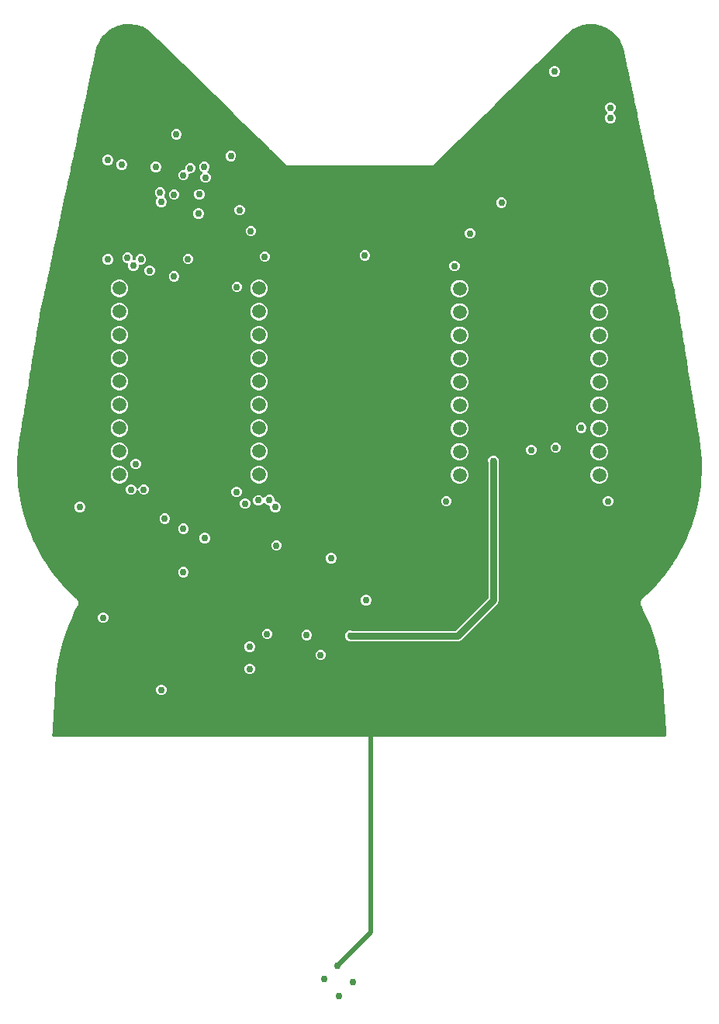
<source format=gbr>
G04 EAGLE Gerber X2 export*
%TF.Part,Single*%
%TF.FileFunction,Copper,L3,Inr,Mixed*%
%TF.FilePolarity,Positive*%
%TF.GenerationSoftware,Autodesk,EAGLE,9.0.1*%
%TF.CreationDate,2018-06-27T06:52:03Z*%
G75*
%MOMM*%
%FSLAX34Y34*%
%LPD*%
%AMOC8*
5,1,8,0,0,1.08239X$1,22.5*%
G01*
%ADD10C,1.508000*%
%ADD11C,0.756400*%
%ADD12C,0.762000*%
%ADD13C,0.508000*%

G36*
X712790Y487700D02*
X712790Y487700D01*
X712952Y487720D01*
X712953Y487720D01*
X712954Y487721D01*
X713088Y487774D01*
X713248Y487837D01*
X713249Y487837D01*
X713249Y487838D01*
X713367Y487923D01*
X713505Y488023D01*
X713506Y488024D01*
X713507Y488024D01*
X713604Y488142D01*
X713708Y488268D01*
X713709Y488269D01*
X713776Y488411D01*
X713844Y488555D01*
X713845Y488556D01*
X713845Y488557D01*
X713874Y488709D01*
X713905Y488868D01*
X713905Y488869D01*
X713905Y488870D01*
X713905Y488871D01*
X713905Y489029D01*
X713850Y489916D01*
X713510Y495389D01*
X712954Y504341D01*
X712548Y510874D01*
X712444Y512552D01*
X712389Y513445D01*
X711981Y520021D01*
X711981Y520022D01*
X711575Y526558D01*
X711557Y526842D01*
X711415Y529129D01*
X711415Y529130D01*
X710976Y536193D01*
X710524Y543483D01*
X710523Y543488D01*
X710523Y543501D01*
X709939Y551113D01*
X709937Y551126D01*
X709935Y551157D01*
X709093Y558673D01*
X709090Y558686D01*
X709087Y558718D01*
X707980Y566202D01*
X707976Y566215D01*
X707972Y566246D01*
X706601Y573682D01*
X706597Y573695D01*
X706592Y573726D01*
X704957Y581113D01*
X704952Y581126D01*
X704946Y581157D01*
X703049Y588478D01*
X703044Y588490D01*
X703037Y588521D01*
X700881Y595768D01*
X700875Y595781D01*
X700867Y595812D01*
X698453Y602980D01*
X698447Y602992D01*
X698438Y603023D01*
X695770Y610100D01*
X695764Y610112D01*
X695753Y610142D01*
X692836Y617119D01*
X692830Y617131D01*
X692818Y617160D01*
X689654Y624031D01*
X689647Y624043D01*
X689634Y624072D01*
X686581Y630127D01*
X686528Y630205D01*
X686484Y630288D01*
X686414Y630375D01*
X686403Y630390D01*
X686396Y630397D01*
X686382Y630414D01*
X686290Y630514D01*
X686065Y631131D01*
X686060Y631141D01*
X686006Y631267D01*
X685710Y631854D01*
X685700Y631991D01*
X685681Y632083D01*
X685672Y632178D01*
X685640Y632284D01*
X685636Y632302D01*
X685632Y632311D01*
X685626Y632332D01*
X685579Y632460D01*
X685607Y633117D01*
X685606Y633127D01*
X685605Y633265D01*
X685556Y633920D01*
X685599Y634050D01*
X685617Y634143D01*
X685644Y634233D01*
X685656Y634344D01*
X685660Y634362D01*
X685659Y634372D01*
X685661Y634394D01*
X685667Y634530D01*
X685944Y635126D01*
X685947Y635136D01*
X685999Y635264D01*
X686204Y635888D01*
X686294Y635992D01*
X686346Y636070D01*
X686406Y636143D01*
X686459Y636241D01*
X686469Y636257D01*
X686473Y636266D01*
X686483Y636285D01*
X686541Y636409D01*
X687025Y636853D01*
X687031Y636861D01*
X687128Y636960D01*
X687556Y637458D01*
X687679Y637519D01*
X687757Y637572D01*
X687840Y637617D01*
X687927Y637687D01*
X687942Y637697D01*
X687949Y637704D01*
X687966Y637718D01*
X692855Y642208D01*
X692865Y642219D01*
X692891Y642242D01*
X698155Y647464D01*
X698164Y647475D01*
X698189Y647499D01*
X703252Y652921D01*
X703260Y652933D01*
X703284Y652957D01*
X708133Y658566D01*
X708141Y658578D01*
X708164Y658604D01*
X712793Y664393D01*
X712801Y664406D01*
X712823Y664432D01*
X717229Y670398D01*
X717236Y670410D01*
X717257Y670437D01*
X721431Y676569D01*
X721438Y676582D01*
X721458Y676610D01*
X725392Y682896D01*
X725398Y682909D01*
X725417Y682938D01*
X729106Y689369D01*
X729111Y689382D01*
X729129Y689412D01*
X732566Y695980D01*
X732571Y695993D01*
X732588Y696024D01*
X735768Y702719D01*
X735773Y702733D01*
X735789Y702764D01*
X738707Y709578D01*
X738711Y709592D01*
X738725Y709624D01*
X741375Y716545D01*
X741379Y716559D01*
X741392Y716591D01*
X743770Y723608D01*
X743773Y723622D01*
X743785Y723655D01*
X745887Y730762D01*
X745889Y730776D01*
X745900Y730810D01*
X747721Y737991D01*
X747723Y738006D01*
X747733Y738040D01*
X749272Y745291D01*
X749273Y745305D01*
X749281Y745340D01*
X750533Y752644D01*
X750534Y752658D01*
X750541Y752693D01*
X751505Y760037D01*
X751505Y760052D01*
X751511Y760087D01*
X752186Y767467D01*
X752185Y767481D01*
X752189Y767516D01*
X752575Y774919D01*
X752574Y774933D01*
X752577Y774968D01*
X752672Y782379D01*
X752671Y782394D01*
X752672Y782429D01*
X752479Y789837D01*
X752477Y789851D01*
X752477Y789886D01*
X751998Y797283D01*
X751995Y797297D01*
X751994Y797332D01*
X751230Y804709D01*
X751227Y804723D01*
X751224Y804757D01*
X750171Y812156D01*
X750169Y812164D01*
X750168Y812181D01*
X749140Y818494D01*
X749140Y818495D01*
X748942Y819713D01*
X748726Y821037D01*
X748726Y821038D01*
X747482Y828687D01*
X746309Y835895D01*
X744992Y843985D01*
X744992Y843986D01*
X744162Y849089D01*
X744162Y849090D01*
X743973Y850249D01*
X743973Y850250D01*
X743748Y851632D01*
X743748Y851633D01*
X742543Y859035D01*
X741259Y866931D01*
X740014Y874581D01*
X738769Y882230D01*
X737937Y887339D01*
X737937Y887340D01*
X737715Y888705D01*
X737524Y889882D01*
X737523Y889883D01*
X736692Y894991D01*
X736692Y894992D01*
X736594Y895594D01*
X736278Y897534D01*
X736278Y897535D01*
X735252Y903843D01*
X734203Y910291D01*
X734202Y910292D01*
X734031Y911344D01*
X733789Y912833D01*
X733789Y912834D01*
X732695Y919555D01*
X731713Y925590D01*
X731713Y925591D01*
X731500Y926896D01*
X731299Y928131D01*
X731299Y928133D01*
X730239Y934648D01*
X729207Y940992D01*
X729165Y941135D01*
X729133Y941248D01*
X729006Y942221D01*
X729003Y942233D01*
X729000Y942261D01*
X728842Y943236D01*
X728846Y943261D01*
X728845Y943288D01*
X728850Y943334D01*
X728849Y943349D01*
X728850Y943356D01*
X728848Y943370D01*
X728846Y943392D01*
X728865Y943525D01*
X728862Y943546D01*
X728865Y943568D01*
X728851Y943728D01*
X728081Y948853D01*
X728076Y948871D01*
X728068Y948926D01*
X726866Y954638D01*
X726864Y954643D01*
X726863Y954651D01*
X726862Y954655D01*
X726861Y954658D01*
X726602Y955890D01*
X726602Y955891D01*
X726337Y957149D01*
X726336Y957159D01*
X726007Y958728D01*
X726006Y958728D01*
X726006Y958729D01*
X724390Y966408D01*
X724390Y966409D01*
X722730Y974298D01*
X721426Y980493D01*
X721383Y980698D01*
X720895Y983014D01*
X720895Y983015D01*
X719278Y990698D01*
X717816Y997643D01*
X716574Y1003547D01*
X716470Y1004038D01*
X716470Y1004039D01*
X716043Y1006067D01*
X716043Y1006068D01*
X714550Y1013164D01*
X712987Y1020592D01*
X711192Y1029118D01*
X711192Y1029119D01*
X709631Y1036537D01*
X707958Y1044486D01*
X707958Y1044487D01*
X706424Y1051774D01*
X705254Y1057333D01*
X705254Y1057334D01*
X705065Y1058230D01*
X705065Y1058231D01*
X704723Y1059854D01*
X704723Y1059855D01*
X703361Y1066328D01*
X701489Y1075223D01*
X699872Y1082907D01*
X699872Y1082908D01*
X698374Y1090025D01*
X696637Y1098277D01*
X695025Y1105938D01*
X693403Y1113642D01*
X691786Y1121326D01*
X690699Y1126489D01*
X690699Y1126490D01*
X690467Y1127595D01*
X690169Y1129010D01*
X690169Y1129011D01*
X688785Y1135584D01*
X687466Y1141854D01*
X687465Y1141855D01*
X687211Y1143064D01*
X686935Y1144375D01*
X686935Y1144376D01*
X685409Y1151625D01*
X684231Y1157225D01*
X684071Y1157983D01*
X683700Y1159746D01*
X682613Y1164912D01*
X682407Y1165891D01*
X682082Y1167432D01*
X682082Y1167433D01*
X680672Y1174135D01*
X679379Y1180276D01*
X679353Y1180400D01*
X678849Y1182797D01*
X678849Y1182798D01*
X677232Y1190480D01*
X675614Y1198167D01*
X674279Y1204509D01*
X672910Y1211014D01*
X672910Y1211015D01*
X672531Y1212813D01*
X672531Y1212814D01*
X672379Y1213535D01*
X672379Y1213536D01*
X671003Y1220074D01*
X669675Y1226383D01*
X669675Y1226384D01*
X669325Y1228050D01*
X669145Y1228904D01*
X669145Y1228905D01*
X667850Y1235058D01*
X667843Y1235078D01*
X667823Y1235163D01*
X665893Y1241572D01*
X665880Y1241602D01*
X665873Y1241634D01*
X665809Y1241781D01*
X662921Y1247462D01*
X662900Y1247492D01*
X662886Y1247525D01*
X662797Y1247659D01*
X658931Y1252708D01*
X658906Y1252733D01*
X658886Y1252763D01*
X658774Y1252878D01*
X654049Y1257147D01*
X654021Y1257166D01*
X653998Y1257190D01*
X653867Y1257283D01*
X648438Y1260651D01*
X648409Y1260664D01*
X648384Y1260683D01*
X648239Y1260752D01*
X642287Y1263124D01*
X642257Y1263132D01*
X642230Y1263145D01*
X642075Y1263188D01*
X635798Y1264490D01*
X635767Y1264493D01*
X635737Y1264501D01*
X635577Y1264516D01*
X629184Y1264701D01*
X629151Y1264697D01*
X629118Y1264701D01*
X628958Y1264687D01*
X622655Y1263735D01*
X622622Y1263725D01*
X622587Y1263722D01*
X622431Y1263679D01*
X616415Y1261606D01*
X616383Y1261590D01*
X616349Y1261581D01*
X616204Y1261511D01*
X610653Y1258376D01*
X610628Y1258357D01*
X610599Y1258343D01*
X610468Y1258248D01*
X605308Y1253977D01*
X605293Y1253961D01*
X605229Y1253906D01*
X600762Y1249526D01*
X599360Y1248151D01*
X598923Y1247723D01*
X598922Y1247722D01*
X593745Y1242646D01*
X589607Y1238589D01*
X589607Y1238588D01*
X587934Y1236948D01*
X587767Y1236785D01*
X584026Y1233117D01*
X583264Y1232369D01*
X583263Y1232369D01*
X582187Y1231314D01*
X582186Y1231313D01*
X577579Y1226795D01*
X572865Y1222174D01*
X572241Y1221561D01*
X571026Y1220371D01*
X571025Y1220370D01*
X565989Y1215432D01*
X561707Y1211234D01*
X561707Y1211233D01*
X561009Y1210549D01*
X559869Y1209431D01*
X559868Y1209430D01*
X555498Y1205146D01*
X550550Y1200294D01*
X549254Y1199024D01*
X548711Y1198491D01*
X548710Y1198490D01*
X544970Y1194823D01*
X544054Y1193926D01*
X543131Y1193020D01*
X543130Y1193019D01*
X538120Y1188107D01*
X533812Y1183883D01*
X533811Y1183882D01*
X532562Y1182658D01*
X532562Y1182657D01*
X531972Y1182079D01*
X526393Y1176609D01*
X526392Y1176608D01*
X522095Y1172396D01*
X522095Y1172395D01*
X517077Y1167474D01*
X517076Y1167474D01*
X516274Y1166688D01*
X515238Y1165671D01*
X515237Y1165671D01*
X510176Y1160708D01*
X505919Y1156535D01*
X505294Y1155922D01*
X504080Y1154732D01*
X504080Y1154731D01*
X499415Y1150158D01*
X494760Y1145594D01*
X489183Y1140125D01*
X488356Y1139314D01*
X487343Y1138321D01*
X482729Y1133798D01*
X478025Y1129185D01*
X478024Y1129185D01*
X476668Y1127854D01*
X476185Y1127381D01*
X472447Y1123716D01*
X470808Y1122109D01*
X470608Y1121913D01*
X470607Y1121912D01*
X465874Y1117272D01*
X460389Y1111894D01*
X460387Y1111891D01*
X460380Y1111885D01*
X459653Y1111157D01*
X458696Y1110772D01*
X458693Y1110770D01*
X458685Y1110767D01*
X457733Y1110373D01*
X456702Y1110383D01*
X456698Y1110383D01*
X456689Y1110383D01*
X302002Y1110383D01*
X301998Y1110383D01*
X301989Y1110383D01*
X300960Y1110373D01*
X300008Y1110767D01*
X300004Y1110769D01*
X299996Y1110772D01*
X299040Y1111157D01*
X298312Y1111886D01*
X298308Y1111888D01*
X298303Y1111895D01*
X293664Y1116442D01*
X293012Y1117082D01*
X291825Y1118246D01*
X291824Y1118246D01*
X287280Y1122702D01*
X282509Y1127380D01*
X282089Y1127792D01*
X280670Y1129183D01*
X280669Y1129184D01*
X275089Y1134655D01*
X275088Y1134656D01*
X271348Y1138323D01*
X269824Y1139817D01*
X269824Y1139818D01*
X269508Y1140127D01*
X263928Y1145599D01*
X263927Y1145599D01*
X260187Y1149266D01*
X259239Y1150196D01*
X258347Y1151070D01*
X254609Y1154735D01*
X254531Y1154811D01*
X252770Y1156538D01*
X252770Y1156539D01*
X248450Y1160774D01*
X243452Y1165674D01*
X242497Y1166611D01*
X242496Y1166611D01*
X241613Y1167477D01*
X241612Y1167478D01*
X237872Y1171145D01*
X237703Y1171311D01*
X237702Y1171312D01*
X236033Y1172948D01*
X236032Y1172949D01*
X230990Y1177893D01*
X226714Y1182086D01*
X226713Y1182086D01*
X225605Y1183173D01*
X224875Y1183889D01*
X224874Y1183890D01*
X221135Y1187556D01*
X221134Y1187556D01*
X214806Y1193761D01*
X209979Y1198494D01*
X208785Y1199664D01*
X208140Y1200297D01*
X208139Y1200298D01*
X204400Y1203964D01*
X198821Y1209434D01*
X197735Y1210499D01*
X196982Y1211237D01*
X192041Y1216082D01*
X187662Y1220375D01*
X187662Y1220376D01*
X186290Y1221720D01*
X186290Y1221721D01*
X185823Y1222178D01*
X185822Y1222179D01*
X181421Y1226494D01*
X176506Y1231314D01*
X176505Y1231314D01*
X175662Y1232141D01*
X174666Y1233117D01*
X174666Y1233118D01*
X170927Y1236784D01*
X170926Y1236784D01*
X170011Y1237682D01*
X169087Y1238587D01*
X169087Y1238588D01*
X163914Y1243659D01*
X163914Y1243660D01*
X159769Y1247724D01*
X159639Y1247852D01*
X159638Y1247852D01*
X157929Y1249527D01*
X157929Y1249528D01*
X153474Y1253896D01*
X153457Y1253909D01*
X153391Y1253971D01*
X147968Y1258421D01*
X147936Y1258441D01*
X147908Y1258467D01*
X147772Y1258553D01*
X141914Y1261762D01*
X141876Y1261777D01*
X141841Y1261799D01*
X141767Y1261828D01*
X141757Y1261834D01*
X141745Y1261837D01*
X141691Y1261858D01*
X135343Y1263892D01*
X135303Y1263899D01*
X135266Y1263914D01*
X135107Y1263943D01*
X128453Y1264744D01*
X128419Y1264744D01*
X128385Y1264750D01*
X128224Y1264751D01*
X122012Y1264374D01*
X121984Y1264369D01*
X121956Y1264370D01*
X121797Y1264343D01*
X115704Y1262905D01*
X115679Y1262895D01*
X115651Y1262891D01*
X115499Y1262838D01*
X109747Y1260390D01*
X109722Y1260376D01*
X109694Y1260367D01*
X109554Y1260288D01*
X104319Y1256901D01*
X104296Y1256881D01*
X104268Y1256866D01*
X104144Y1256764D01*
X102501Y1255233D01*
X102500Y1255233D01*
X101138Y1253964D01*
X99775Y1252695D01*
X99594Y1252526D01*
X99573Y1252501D01*
X99547Y1252480D01*
X99443Y1252358D01*
X95724Y1247389D01*
X95708Y1247360D01*
X95686Y1247335D01*
X95605Y1247196D01*
X92822Y1241632D01*
X92813Y1241604D01*
X92797Y1241579D01*
X92741Y1241428D01*
X90869Y1235162D01*
X90865Y1235141D01*
X90843Y1235062D01*
X89565Y1229028D01*
X89553Y1228968D01*
X89552Y1228968D01*
X89031Y1226507D01*
X87965Y1221473D01*
X87743Y1220427D01*
X87431Y1218953D01*
X87431Y1218952D01*
X85831Y1211398D01*
X85831Y1211397D01*
X84230Y1203843D01*
X84230Y1203842D01*
X83163Y1198806D01*
X81355Y1190267D01*
X79429Y1181177D01*
X78363Y1176143D01*
X78363Y1176142D01*
X78086Y1174837D01*
X78086Y1174836D01*
X77829Y1173623D01*
X77829Y1173622D01*
X76405Y1166900D01*
X74628Y1158514D01*
X73562Y1153478D01*
X73452Y1152959D01*
X73028Y1150958D01*
X73028Y1150957D01*
X71427Y1143402D01*
X70150Y1137374D01*
X68311Y1128692D01*
X67161Y1123259D01*
X66910Y1122077D01*
X66627Y1120739D01*
X66627Y1120738D01*
X65273Y1114348D01*
X63960Y1108149D01*
X63960Y1108148D01*
X63713Y1106982D01*
X63426Y1105629D01*
X63426Y1105628D01*
X62360Y1100594D01*
X62067Y1099212D01*
X61826Y1098074D01*
X61826Y1098073D01*
X60467Y1091662D01*
X59159Y1085484D01*
X58820Y1083884D01*
X58625Y1082964D01*
X57024Y1075408D01*
X57024Y1075407D01*
X55517Y1068293D01*
X54357Y1062818D01*
X54239Y1062257D01*
X53824Y1060298D01*
X53823Y1060298D01*
X52434Y1053739D01*
X51156Y1047706D01*
X51156Y1047705D01*
X50897Y1046481D01*
X50623Y1045186D01*
X50622Y1045185D01*
X49254Y1038728D01*
X47956Y1032597D01*
X47669Y1031245D01*
X47422Y1030078D01*
X47422Y1030077D01*
X46035Y1023530D01*
X44222Y1014968D01*
X44221Y1014967D01*
X43155Y1009931D01*
X42890Y1008681D01*
X42621Y1007411D01*
X42621Y1007410D01*
X41376Y1001536D01*
X39649Y993384D01*
X38354Y987268D01*
X38143Y986271D01*
X37820Y984748D01*
X37820Y984747D01*
X36753Y979712D01*
X36220Y977193D01*
X36220Y977192D01*
X36219Y977191D01*
X35119Y971998D01*
X35108Y971862D01*
X35092Y971725D01*
X35094Y971694D01*
X35093Y971681D01*
X35095Y971667D01*
X34868Y970804D01*
X34865Y970786D01*
X34853Y970743D01*
X34663Y969843D01*
X34659Y969835D01*
X34592Y969716D01*
X34582Y969687D01*
X34576Y969675D01*
X34571Y969655D01*
X34541Y969563D01*
X32904Y963347D01*
X32902Y963333D01*
X32893Y963301D01*
X31272Y956058D01*
X31271Y956043D01*
X31262Y956008D01*
X29924Y948652D01*
X29923Y948644D01*
X29920Y948628D01*
X29299Y944802D01*
X29296Y944743D01*
X29287Y944691D01*
X29291Y944624D01*
X29284Y944528D01*
X29288Y944498D01*
X29287Y944485D01*
X29290Y944471D01*
X29104Y943597D01*
X29103Y943580D01*
X29093Y943536D01*
X28986Y942874D01*
X28981Y942759D01*
X28969Y942644D01*
X28975Y942577D01*
X28974Y942556D01*
X28978Y942537D01*
X28983Y942484D01*
X28987Y942459D01*
X28801Y941717D01*
X28799Y941696D01*
X28780Y941613D01*
X27788Y935520D01*
X27788Y935519D01*
X27521Y933876D01*
X27375Y932978D01*
X27375Y932977D01*
X26546Y927887D01*
X25108Y919047D01*
X23993Y912193D01*
X22821Y904990D01*
X22601Y903642D01*
X22407Y902448D01*
X22407Y902447D01*
X21579Y897357D01*
X20337Y889725D01*
X20074Y888111D01*
X19923Y887183D01*
X19923Y887182D01*
X18975Y881359D01*
X17853Y874459D01*
X17641Y873158D01*
X17439Y871917D01*
X17439Y871916D01*
X16610Y866823D01*
X16492Y866100D01*
X16492Y866099D01*
X16196Y864280D01*
X16196Y864279D01*
X15368Y859187D01*
X14087Y851319D01*
X12883Y843920D01*
X12632Y842376D01*
X12470Y841377D01*
X11641Y836285D01*
X11322Y834321D01*
X11227Y833743D01*
X11227Y833742D01*
X10231Y827622D01*
X9157Y821020D01*
X7719Y812180D01*
X7718Y812172D01*
X7715Y812155D01*
X6663Y804760D01*
X6663Y804745D01*
X6657Y804712D01*
X5894Y797342D01*
X5894Y797327D01*
X5890Y797293D01*
X5410Y789901D01*
X5411Y789886D01*
X5408Y789852D01*
X5214Y782447D01*
X5216Y782432D01*
X5214Y782397D01*
X5309Y774989D01*
X5311Y774974D01*
X5311Y774939D01*
X5695Y767547D01*
X5697Y767533D01*
X5698Y767497D01*
X6371Y760123D01*
X6374Y760109D01*
X6377Y760074D01*
X7339Y752733D01*
X7343Y752719D01*
X7346Y752684D01*
X8596Y745386D01*
X8600Y745372D01*
X8605Y745337D01*
X10140Y738095D01*
X10144Y738081D01*
X10151Y738046D01*
X11969Y730867D01*
X11974Y730854D01*
X11982Y730819D01*
X14080Y723717D01*
X14086Y723704D01*
X14095Y723670D01*
X16468Y716657D01*
X16474Y716644D01*
X16485Y716610D01*
X19131Y709692D01*
X19137Y709679D01*
X19149Y709646D01*
X22063Y702834D01*
X22070Y702822D01*
X22083Y702789D01*
X25258Y696096D01*
X25266Y696084D01*
X25280Y696052D01*
X28712Y689485D01*
X28721Y689473D01*
X28736Y689442D01*
X32419Y683013D01*
X32428Y683002D01*
X32444Y682971D01*
X36372Y676688D01*
X36381Y676677D01*
X36399Y676647D01*
X40566Y670519D01*
X40575Y670508D01*
X40594Y670479D01*
X44991Y664517D01*
X45001Y664507D01*
X45021Y664479D01*
X49645Y658689D01*
X49655Y658679D01*
X49676Y658651D01*
X54519Y653042D01*
X54529Y653032D01*
X54551Y653006D01*
X59605Y647586D01*
X59616Y647577D01*
X59639Y647551D01*
X64894Y642331D01*
X64906Y642322D01*
X64930Y642297D01*
X69819Y637800D01*
X69896Y637746D01*
X69966Y637684D01*
X70064Y637627D01*
X70079Y637616D01*
X70087Y637613D01*
X70105Y637602D01*
X70231Y637538D01*
X70656Y637043D01*
X70662Y637037D01*
X70760Y636935D01*
X71240Y636494D01*
X71300Y636365D01*
X71349Y636286D01*
X71391Y636202D01*
X71459Y636111D01*
X71469Y636096D01*
X71475Y636089D01*
X71487Y636073D01*
X71580Y635966D01*
X71782Y635346D01*
X71786Y635338D01*
X71837Y635206D01*
X72112Y634615D01*
X72118Y634473D01*
X72134Y634380D01*
X72139Y634287D01*
X72168Y634177D01*
X72171Y634159D01*
X72175Y634151D01*
X72180Y634131D01*
X72224Y633996D01*
X72174Y633346D01*
X72174Y633337D01*
X72171Y633196D01*
X72199Y632545D01*
X72150Y632411D01*
X72129Y632320D01*
X72099Y632232D01*
X72083Y632119D01*
X72079Y632101D01*
X72079Y632092D01*
X72076Y632072D01*
X72065Y631931D01*
X71770Y631349D01*
X71767Y631341D01*
X71711Y631211D01*
X71486Y630599D01*
X71390Y630495D01*
X71336Y630419D01*
X71274Y630348D01*
X71216Y630250D01*
X71206Y630236D01*
X71203Y630227D01*
X71193Y630210D01*
X68118Y624147D01*
X68114Y624135D01*
X68099Y624107D01*
X64913Y617232D01*
X64909Y617219D01*
X64895Y617191D01*
X61954Y610206D01*
X61950Y610193D01*
X61937Y610164D01*
X59247Y603082D01*
X59244Y603069D01*
X59232Y603040D01*
X56793Y595864D01*
X56791Y595851D01*
X56780Y595821D01*
X54598Y588563D01*
X54596Y588549D01*
X54586Y588519D01*
X52664Y581192D01*
X52662Y581178D01*
X52654Y581148D01*
X50992Y573752D01*
X50991Y573739D01*
X50983Y573708D01*
X49585Y566260D01*
X49585Y566247D01*
X49578Y566216D01*
X48444Y558722D01*
X48444Y558708D01*
X48438Y558677D01*
X47569Y551150D01*
X47569Y551136D01*
X47565Y551106D01*
X46955Y543496D01*
X46956Y543489D01*
X46954Y543473D01*
X46489Y535993D01*
X46411Y534724D01*
X46411Y534723D01*
X46391Y534401D01*
X45904Y526558D01*
X45904Y526557D01*
X45859Y525839D01*
X45623Y522031D01*
X45417Y518715D01*
X45229Y515685D01*
X45090Y513444D01*
X44981Y511700D01*
X44930Y510873D01*
X44930Y510872D01*
X44519Y504262D01*
X44519Y504261D01*
X44443Y503030D01*
X44125Y497915D01*
X44045Y496629D01*
X43731Y491569D01*
X43652Y490300D01*
X43629Y489917D01*
X43574Y489029D01*
X43584Y488868D01*
X43593Y488713D01*
X43594Y488712D01*
X43594Y488711D01*
X43644Y488557D01*
X43691Y488411D01*
X43692Y488410D01*
X43692Y488409D01*
X43777Y488276D01*
X43862Y488142D01*
X43862Y488141D01*
X43863Y488141D01*
X43972Y488038D01*
X44093Y487924D01*
X44094Y487924D01*
X44095Y487923D01*
X44225Y487852D01*
X44372Y487770D01*
X44373Y487770D01*
X44521Y487732D01*
X44680Y487691D01*
X44681Y487691D01*
X44683Y487691D01*
X44840Y487681D01*
X712638Y487681D01*
X712790Y487700D01*
G37*
%LPC*%
G36*
X367651Y591339D02*
X367651Y591339D01*
X365514Y592224D01*
X363878Y593860D01*
X362993Y595997D01*
X362993Y598311D01*
X363878Y600448D01*
X365514Y602084D01*
X367651Y602969D01*
X369965Y602969D01*
X370277Y602839D01*
X370286Y602837D01*
X370294Y602832D01*
X370439Y602795D01*
X370584Y602755D01*
X370593Y602755D01*
X370602Y602753D01*
X370763Y602743D01*
X483315Y602743D01*
X483414Y602755D01*
X483513Y602758D01*
X483571Y602775D01*
X483631Y602783D01*
X483723Y602819D01*
X483818Y602847D01*
X483870Y602877D01*
X483927Y602900D01*
X484007Y602958D01*
X484092Y603008D01*
X484167Y603074D01*
X484184Y603086D01*
X484192Y603096D01*
X484213Y603114D01*
X519312Y638213D01*
X519372Y638291D01*
X519440Y638364D01*
X519469Y638417D01*
X519506Y638464D01*
X519546Y638555D01*
X519594Y638642D01*
X519609Y638701D01*
X519633Y638756D01*
X519648Y638854D01*
X519673Y638950D01*
X519679Y639050D01*
X519683Y639070D01*
X519681Y639083D01*
X519683Y639111D01*
X519683Y786207D01*
X519682Y786216D01*
X519683Y786226D01*
X519662Y786375D01*
X519643Y786523D01*
X519640Y786531D01*
X519639Y786541D01*
X519587Y786693D01*
X519457Y787005D01*
X519457Y789319D01*
X520342Y791456D01*
X521978Y793092D01*
X524115Y793977D01*
X526429Y793977D01*
X528566Y793092D01*
X530202Y791456D01*
X531087Y789319D01*
X531087Y787005D01*
X530957Y786693D01*
X530955Y786684D01*
X530950Y786676D01*
X530913Y786531D01*
X530873Y786386D01*
X530873Y786377D01*
X530871Y786368D01*
X530861Y786207D01*
X530861Y635158D01*
X530010Y633104D01*
X489322Y592416D01*
X487268Y591565D01*
X370763Y591565D01*
X370754Y591564D01*
X370744Y591565D01*
X370595Y591544D01*
X370447Y591525D01*
X370439Y591522D01*
X370429Y591521D01*
X370277Y591469D01*
X369965Y591339D01*
X367651Y591339D01*
G37*
%LPD*%
%LPC*%
G36*
X130923Y995199D02*
X130923Y995199D01*
X128786Y996084D01*
X127150Y997720D01*
X126265Y999857D01*
X126265Y1002171D01*
X126333Y1002334D01*
X126346Y1002382D01*
X126367Y1002427D01*
X126388Y1002535D01*
X126417Y1002641D01*
X126418Y1002691D01*
X126427Y1002740D01*
X126420Y1002849D01*
X126422Y1002959D01*
X126410Y1003007D01*
X126407Y1003057D01*
X126374Y1003161D01*
X126348Y1003268D01*
X126325Y1003312D01*
X126309Y1003359D01*
X126251Y1003452D01*
X126199Y1003549D01*
X126166Y1003586D01*
X126139Y1003628D01*
X126059Y1003703D01*
X125985Y1003785D01*
X125944Y1003812D01*
X125908Y1003846D01*
X125811Y1003899D01*
X125720Y1003959D01*
X125673Y1003976D01*
X125629Y1004000D01*
X125523Y1004027D01*
X125419Y1004063D01*
X125369Y1004067D01*
X125321Y1004079D01*
X125160Y1004089D01*
X124573Y1004089D01*
X122436Y1004974D01*
X120800Y1006610D01*
X119915Y1008747D01*
X119915Y1011061D01*
X120800Y1013198D01*
X122436Y1014834D01*
X124573Y1015719D01*
X126887Y1015719D01*
X129024Y1014834D01*
X130660Y1013198D01*
X131545Y1011061D01*
X131545Y1008747D01*
X131477Y1008584D01*
X131464Y1008536D01*
X131443Y1008491D01*
X131422Y1008383D01*
X131393Y1008277D01*
X131392Y1008227D01*
X131383Y1008178D01*
X131390Y1008069D01*
X131388Y1007959D01*
X131400Y1007911D01*
X131403Y1007861D01*
X131436Y1007757D01*
X131462Y1007650D01*
X131485Y1007606D01*
X131501Y1007559D01*
X131559Y1007466D01*
X131611Y1007369D01*
X131644Y1007332D01*
X131671Y1007290D01*
X131751Y1007215D01*
X131825Y1007133D01*
X131866Y1007106D01*
X131902Y1007072D01*
X131999Y1007019D01*
X132090Y1006959D01*
X132137Y1006942D01*
X132181Y1006918D01*
X132287Y1006891D01*
X132391Y1006855D01*
X132441Y1006851D01*
X132489Y1006839D01*
X132650Y1006829D01*
X133124Y1006829D01*
X133242Y1006844D01*
X133361Y1006851D01*
X133399Y1006864D01*
X133440Y1006869D01*
X133550Y1006912D01*
X133663Y1006949D01*
X133698Y1006971D01*
X133735Y1006986D01*
X133831Y1007055D01*
X133932Y1007119D01*
X133960Y1007149D01*
X133993Y1007172D01*
X134069Y1007264D01*
X134150Y1007351D01*
X134170Y1007386D01*
X134195Y1007417D01*
X134246Y1007525D01*
X134304Y1007629D01*
X134314Y1007669D01*
X134331Y1007705D01*
X134353Y1007822D01*
X134383Y1007937D01*
X134387Y1007997D01*
X134391Y1008017D01*
X134389Y1008038D01*
X134393Y1008098D01*
X134393Y1009029D01*
X135278Y1011166D01*
X136914Y1012802D01*
X139051Y1013687D01*
X141365Y1013687D01*
X143502Y1012802D01*
X145138Y1011166D01*
X146023Y1009029D01*
X146023Y1006715D01*
X145138Y1004578D01*
X143502Y1002942D01*
X141365Y1002057D01*
X139164Y1002057D01*
X139046Y1002042D01*
X138927Y1002035D01*
X138889Y1002022D01*
X138848Y1002017D01*
X138738Y1001974D01*
X138625Y1001937D01*
X138590Y1001915D01*
X138553Y1001900D01*
X138457Y1001831D01*
X138356Y1001767D01*
X138328Y1001737D01*
X138295Y1001714D01*
X138219Y1001622D01*
X138138Y1001535D01*
X138118Y1001500D01*
X138093Y1001469D01*
X138042Y1001361D01*
X137984Y1001257D01*
X137974Y1001217D01*
X137957Y1001181D01*
X137935Y1001064D01*
X137905Y1000949D01*
X137901Y1000889D01*
X137897Y1000869D01*
X137899Y1000848D01*
X137895Y1000788D01*
X137895Y999857D01*
X137010Y997720D01*
X135374Y996084D01*
X133237Y995199D01*
X130923Y995199D01*
G37*
%LPD*%
%LPC*%
G36*
X285664Y732255D02*
X285664Y732255D01*
X283527Y733140D01*
X281891Y734776D01*
X281006Y736913D01*
X281006Y738406D01*
X280991Y738524D01*
X280983Y738643D01*
X280971Y738681D01*
X280966Y738722D01*
X280922Y738832D01*
X280885Y738945D01*
X280864Y738980D01*
X280849Y739017D01*
X280779Y739113D01*
X280715Y739214D01*
X280686Y739242D01*
X280662Y739275D01*
X280570Y739351D01*
X280484Y739432D01*
X280448Y739452D01*
X280417Y739477D01*
X280309Y739528D01*
X280205Y739586D01*
X280166Y739596D01*
X280129Y739613D01*
X280012Y739635D01*
X279897Y739665D01*
X279837Y739669D01*
X279817Y739673D01*
X279797Y739671D01*
X279736Y739675D01*
X279513Y739675D01*
X277376Y740560D01*
X275688Y742249D01*
X275649Y742279D01*
X275615Y742316D01*
X275524Y742376D01*
X275437Y742444D01*
X275391Y742463D01*
X275349Y742491D01*
X275246Y742526D01*
X275145Y742570D01*
X275096Y742578D01*
X275049Y742594D01*
X274939Y742603D01*
X274831Y742620D01*
X274781Y742615D01*
X274732Y742619D01*
X274624Y742600D01*
X274514Y742590D01*
X274467Y742573D01*
X274418Y742565D01*
X274318Y742520D01*
X274215Y742482D01*
X274174Y742455D01*
X274128Y742434D01*
X274043Y742365D01*
X273952Y742304D01*
X273919Y742267D01*
X273880Y742235D01*
X273814Y742148D01*
X273741Y742065D01*
X273719Y742021D01*
X273689Y741981D01*
X273677Y741958D01*
X272026Y740306D01*
X269889Y739421D01*
X267575Y739421D01*
X265438Y740306D01*
X263802Y741942D01*
X262917Y744079D01*
X262917Y746393D01*
X263802Y748530D01*
X265438Y750166D01*
X267575Y751051D01*
X269889Y751051D01*
X272026Y750166D01*
X273714Y748477D01*
X273753Y748447D01*
X273787Y748410D01*
X273878Y748350D01*
X273965Y748282D01*
X274011Y748263D01*
X274053Y748235D01*
X274156Y748200D01*
X274257Y748156D01*
X274306Y748148D01*
X274353Y748132D01*
X274463Y748123D01*
X274571Y748106D01*
X274621Y748111D01*
X274670Y748107D01*
X274778Y748126D01*
X274888Y748136D01*
X274935Y748153D01*
X274984Y748161D01*
X275084Y748206D01*
X275187Y748244D01*
X275228Y748271D01*
X275274Y748292D01*
X275359Y748361D01*
X275450Y748422D01*
X275483Y748459D01*
X275522Y748491D01*
X275588Y748578D01*
X275661Y748661D01*
X275683Y748705D01*
X275713Y748745D01*
X275725Y748768D01*
X277376Y750420D01*
X279513Y751305D01*
X281827Y751305D01*
X283964Y750420D01*
X285600Y748784D01*
X286485Y746647D01*
X286485Y745154D01*
X286500Y745035D01*
X286507Y744917D01*
X286520Y744878D01*
X286525Y744838D01*
X286568Y744727D01*
X286605Y744614D01*
X286627Y744580D01*
X286642Y744542D01*
X286711Y744446D01*
X286775Y744345D01*
X286805Y744318D01*
X286828Y744285D01*
X286920Y744209D01*
X287007Y744128D01*
X287042Y744108D01*
X287073Y744082D01*
X287181Y744031D01*
X287285Y743974D01*
X287325Y743964D01*
X287361Y743947D01*
X287478Y743924D01*
X287593Y743895D01*
X287653Y743891D01*
X287673Y743887D01*
X287694Y743888D01*
X287754Y743884D01*
X287977Y743884D01*
X290114Y742999D01*
X291750Y741363D01*
X292635Y739226D01*
X292635Y736913D01*
X291750Y734776D01*
X290114Y733140D01*
X287977Y732255D01*
X285664Y732255D01*
G37*
%LPD*%
%LPC*%
G36*
X638844Y890217D02*
X638844Y890217D01*
X635326Y891675D01*
X632633Y894368D01*
X631175Y897886D01*
X631175Y901694D01*
X632633Y905212D01*
X635326Y907905D01*
X638844Y909363D01*
X642652Y909363D01*
X646170Y907905D01*
X648863Y905212D01*
X650321Y901694D01*
X650321Y897886D01*
X648863Y894368D01*
X646170Y891675D01*
X642652Y890217D01*
X638844Y890217D01*
G37*
%LPD*%
%LPC*%
G36*
X486444Y763217D02*
X486444Y763217D01*
X482926Y764675D01*
X480233Y767368D01*
X478775Y770886D01*
X478775Y774694D01*
X480233Y778212D01*
X482926Y780905D01*
X486444Y782363D01*
X490252Y782363D01*
X493770Y780905D01*
X496463Y778212D01*
X497921Y774694D01*
X497921Y770886D01*
X496463Y767368D01*
X493770Y764675D01*
X490252Y763217D01*
X486444Y763217D01*
G37*
%LPD*%
%LPC*%
G36*
X486444Y890217D02*
X486444Y890217D01*
X482926Y891675D01*
X480233Y894368D01*
X478775Y897886D01*
X478775Y901694D01*
X480233Y905212D01*
X482926Y907905D01*
X486444Y909363D01*
X490252Y909363D01*
X493770Y907905D01*
X496463Y905212D01*
X497921Y901694D01*
X497921Y897886D01*
X496463Y894368D01*
X493770Y891675D01*
X490252Y890217D01*
X486444Y890217D01*
G37*
%LPD*%
%LPC*%
G36*
X267328Y966827D02*
X267328Y966827D01*
X263810Y968285D01*
X261117Y970978D01*
X259659Y974496D01*
X259659Y978304D01*
X261117Y981822D01*
X263810Y984515D01*
X267328Y985973D01*
X271136Y985973D01*
X274654Y984515D01*
X277347Y981822D01*
X278805Y978304D01*
X278805Y974496D01*
X277347Y970978D01*
X274654Y968285D01*
X271136Y966827D01*
X267328Y966827D01*
G37*
%LPD*%
%LPC*%
G36*
X114928Y966827D02*
X114928Y966827D01*
X111410Y968285D01*
X108717Y970978D01*
X107259Y974496D01*
X107259Y978304D01*
X108717Y981822D01*
X111410Y984515D01*
X114928Y985973D01*
X118736Y985973D01*
X122254Y984515D01*
X124947Y981822D01*
X126405Y978304D01*
X126405Y974496D01*
X124947Y970978D01*
X122254Y968285D01*
X118736Y966827D01*
X114928Y966827D01*
G37*
%LPD*%
%LPC*%
G36*
X638844Y966417D02*
X638844Y966417D01*
X635326Y967875D01*
X632633Y970568D01*
X631175Y974086D01*
X631175Y977894D01*
X632633Y981412D01*
X635326Y984105D01*
X638844Y985563D01*
X642652Y985563D01*
X646170Y984105D01*
X648863Y981412D01*
X650321Y977894D01*
X650321Y974086D01*
X648863Y970568D01*
X646170Y967875D01*
X642652Y966417D01*
X638844Y966417D01*
G37*
%LPD*%
%LPC*%
G36*
X267328Y763627D02*
X267328Y763627D01*
X263810Y765085D01*
X261117Y767778D01*
X259659Y771296D01*
X259659Y775104D01*
X261117Y778622D01*
X263810Y781315D01*
X267328Y782773D01*
X271136Y782773D01*
X274654Y781315D01*
X277347Y778622D01*
X278805Y775104D01*
X278805Y771296D01*
X277347Y767778D01*
X274654Y765085D01*
X271136Y763627D01*
X267328Y763627D01*
G37*
%LPD*%
%LPC*%
G36*
X486444Y966417D02*
X486444Y966417D01*
X482926Y967875D01*
X480233Y970568D01*
X478775Y974086D01*
X478775Y977894D01*
X480233Y981412D01*
X482926Y984105D01*
X486444Y985563D01*
X490252Y985563D01*
X493770Y984105D01*
X496463Y981412D01*
X497921Y977894D01*
X497921Y974086D01*
X496463Y970568D01*
X493770Y967875D01*
X490252Y966417D01*
X486444Y966417D01*
G37*
%LPD*%
%LPC*%
G36*
X114928Y865227D02*
X114928Y865227D01*
X111410Y866685D01*
X108717Y869378D01*
X107259Y872896D01*
X107259Y876704D01*
X108717Y880222D01*
X111410Y882915D01*
X114928Y884373D01*
X118736Y884373D01*
X122254Y882915D01*
X124947Y880222D01*
X126405Y876704D01*
X126405Y872896D01*
X124947Y869378D01*
X122254Y866685D01*
X118736Y865227D01*
X114928Y865227D01*
G37*
%LPD*%
%LPC*%
G36*
X267328Y865227D02*
X267328Y865227D01*
X263810Y866685D01*
X261117Y869378D01*
X259659Y872896D01*
X259659Y876704D01*
X261117Y880222D01*
X263810Y882915D01*
X267328Y884373D01*
X271136Y884373D01*
X274654Y882915D01*
X277347Y880222D01*
X278805Y876704D01*
X278805Y872896D01*
X277347Y869378D01*
X274654Y866685D01*
X271136Y865227D01*
X267328Y865227D01*
G37*
%LPD*%
%LPC*%
G36*
X267328Y941427D02*
X267328Y941427D01*
X263810Y942885D01*
X261117Y945578D01*
X259659Y949096D01*
X259659Y952904D01*
X261117Y956422D01*
X263810Y959115D01*
X267328Y960573D01*
X271136Y960573D01*
X274654Y959115D01*
X277347Y956422D01*
X278805Y952904D01*
X278805Y949096D01*
X277347Y945578D01*
X274654Y942885D01*
X271136Y941427D01*
X267328Y941427D01*
G37*
%LPD*%
%LPC*%
G36*
X114928Y941427D02*
X114928Y941427D01*
X111410Y942885D01*
X108717Y945578D01*
X107259Y949096D01*
X107259Y952904D01*
X108717Y956422D01*
X111410Y959115D01*
X114928Y960573D01*
X118736Y960573D01*
X122254Y959115D01*
X124947Y956422D01*
X126405Y952904D01*
X126405Y949096D01*
X124947Y945578D01*
X122254Y942885D01*
X118736Y941427D01*
X114928Y941427D01*
G37*
%LPD*%
%LPC*%
G36*
X638844Y941017D02*
X638844Y941017D01*
X635326Y942475D01*
X632633Y945168D01*
X631175Y948686D01*
X631175Y952494D01*
X632633Y956012D01*
X635326Y958705D01*
X638844Y960163D01*
X642652Y960163D01*
X646170Y958705D01*
X648863Y956012D01*
X650321Y952494D01*
X650321Y948686D01*
X648863Y945168D01*
X646170Y942475D01*
X642652Y941017D01*
X638844Y941017D01*
G37*
%LPD*%
%LPC*%
G36*
X486444Y941017D02*
X486444Y941017D01*
X482926Y942475D01*
X480233Y945168D01*
X478775Y948686D01*
X478775Y952494D01*
X480233Y956012D01*
X482926Y958705D01*
X486444Y960163D01*
X490252Y960163D01*
X493770Y958705D01*
X496463Y956012D01*
X497921Y952494D01*
X497921Y948686D01*
X496463Y945168D01*
X493770Y942475D01*
X490252Y941017D01*
X486444Y941017D01*
G37*
%LPD*%
%LPC*%
G36*
X267328Y916027D02*
X267328Y916027D01*
X263810Y917485D01*
X261117Y920178D01*
X259659Y923696D01*
X259659Y927504D01*
X261117Y931022D01*
X263810Y933715D01*
X267328Y935173D01*
X271136Y935173D01*
X274654Y933715D01*
X277347Y931022D01*
X278805Y927504D01*
X278805Y923696D01*
X277347Y920178D01*
X274654Y917485D01*
X271136Y916027D01*
X267328Y916027D01*
G37*
%LPD*%
%LPC*%
G36*
X114928Y916027D02*
X114928Y916027D01*
X111410Y917485D01*
X108717Y920178D01*
X107259Y923696D01*
X107259Y927504D01*
X108717Y931022D01*
X111410Y933715D01*
X114928Y935173D01*
X118736Y935173D01*
X122254Y933715D01*
X124947Y931022D01*
X126405Y927504D01*
X126405Y923696D01*
X124947Y920178D01*
X122254Y917485D01*
X118736Y916027D01*
X114928Y916027D01*
G37*
%LPD*%
%LPC*%
G36*
X638844Y915617D02*
X638844Y915617D01*
X635326Y917075D01*
X632633Y919768D01*
X631175Y923286D01*
X631175Y927094D01*
X632633Y930612D01*
X635326Y933305D01*
X638844Y934763D01*
X642652Y934763D01*
X646170Y933305D01*
X648863Y930612D01*
X650321Y927094D01*
X650321Y923286D01*
X648863Y919768D01*
X646170Y917075D01*
X642652Y915617D01*
X638844Y915617D01*
G37*
%LPD*%
%LPC*%
G36*
X486444Y915617D02*
X486444Y915617D01*
X482926Y917075D01*
X480233Y919768D01*
X478775Y923286D01*
X478775Y927094D01*
X480233Y930612D01*
X482926Y933305D01*
X486444Y934763D01*
X490252Y934763D01*
X493770Y933305D01*
X496463Y930612D01*
X497921Y927094D01*
X497921Y923286D01*
X496463Y919768D01*
X493770Y917075D01*
X490252Y915617D01*
X486444Y915617D01*
G37*
%LPD*%
%LPC*%
G36*
X267328Y890627D02*
X267328Y890627D01*
X263810Y892085D01*
X261117Y894778D01*
X259659Y898296D01*
X259659Y902104D01*
X261117Y905622D01*
X263810Y908315D01*
X267328Y909773D01*
X271136Y909773D01*
X274654Y908315D01*
X277347Y905622D01*
X278805Y902104D01*
X278805Y898296D01*
X277347Y894778D01*
X274654Y892085D01*
X271136Y890627D01*
X267328Y890627D01*
G37*
%LPD*%
%LPC*%
G36*
X114928Y890627D02*
X114928Y890627D01*
X111410Y892085D01*
X108717Y894778D01*
X107259Y898296D01*
X107259Y902104D01*
X108717Y905622D01*
X111410Y908315D01*
X114928Y909773D01*
X118736Y909773D01*
X122254Y908315D01*
X124947Y905622D01*
X126405Y902104D01*
X126405Y898296D01*
X124947Y894778D01*
X122254Y892085D01*
X118736Y890627D01*
X114928Y890627D01*
G37*
%LPD*%
%LPC*%
G36*
X638844Y864817D02*
X638844Y864817D01*
X635326Y866275D01*
X632633Y868968D01*
X631175Y872486D01*
X631175Y876294D01*
X632633Y879812D01*
X635326Y882505D01*
X638844Y883963D01*
X642652Y883963D01*
X646170Y882505D01*
X648863Y879812D01*
X650321Y876294D01*
X650321Y872486D01*
X648863Y868968D01*
X646170Y866275D01*
X642652Y864817D01*
X638844Y864817D01*
G37*
%LPD*%
%LPC*%
G36*
X486444Y864817D02*
X486444Y864817D01*
X482926Y866275D01*
X480233Y868968D01*
X478775Y872486D01*
X478775Y876294D01*
X480233Y879812D01*
X482926Y882505D01*
X486444Y883963D01*
X490252Y883963D01*
X493770Y882505D01*
X496463Y879812D01*
X497921Y876294D01*
X497921Y872486D01*
X496463Y868968D01*
X493770Y866275D01*
X490252Y864817D01*
X486444Y864817D01*
G37*
%LPD*%
%LPC*%
G36*
X267328Y839827D02*
X267328Y839827D01*
X263810Y841285D01*
X261117Y843978D01*
X259659Y847496D01*
X259659Y851304D01*
X261117Y854822D01*
X263810Y857515D01*
X267328Y858973D01*
X271136Y858973D01*
X274654Y857515D01*
X277347Y854822D01*
X278805Y851304D01*
X278805Y847496D01*
X277347Y843978D01*
X274654Y841285D01*
X271136Y839827D01*
X267328Y839827D01*
G37*
%LPD*%
%LPC*%
G36*
X114928Y839827D02*
X114928Y839827D01*
X111410Y841285D01*
X108717Y843978D01*
X107259Y847496D01*
X107259Y851304D01*
X108717Y854822D01*
X111410Y857515D01*
X114928Y858973D01*
X118736Y858973D01*
X122254Y857515D01*
X124947Y854822D01*
X126405Y851304D01*
X126405Y847496D01*
X124947Y843978D01*
X122254Y841285D01*
X118736Y839827D01*
X114928Y839827D01*
G37*
%LPD*%
%LPC*%
G36*
X638844Y839417D02*
X638844Y839417D01*
X635326Y840875D01*
X632633Y843568D01*
X631175Y847086D01*
X631175Y850894D01*
X632633Y854412D01*
X635326Y857105D01*
X638844Y858563D01*
X642652Y858563D01*
X646170Y857105D01*
X648863Y854412D01*
X650321Y850894D01*
X650321Y847086D01*
X648863Y843568D01*
X646170Y840875D01*
X642652Y839417D01*
X638844Y839417D01*
G37*
%LPD*%
%LPC*%
G36*
X486444Y839417D02*
X486444Y839417D01*
X482926Y840875D01*
X480233Y843568D01*
X478775Y847086D01*
X478775Y850894D01*
X480233Y854412D01*
X482926Y857105D01*
X486444Y858563D01*
X490252Y858563D01*
X493770Y857105D01*
X496463Y854412D01*
X497921Y850894D01*
X497921Y847086D01*
X496463Y843568D01*
X493770Y840875D01*
X490252Y839417D01*
X486444Y839417D01*
G37*
%LPD*%
%LPC*%
G36*
X267328Y814427D02*
X267328Y814427D01*
X263810Y815885D01*
X261117Y818578D01*
X259659Y822096D01*
X259659Y825904D01*
X261117Y829422D01*
X263810Y832115D01*
X267328Y833573D01*
X271136Y833573D01*
X274654Y832115D01*
X277347Y829422D01*
X278805Y825904D01*
X278805Y822096D01*
X277347Y818578D01*
X274654Y815885D01*
X271136Y814427D01*
X267328Y814427D01*
G37*
%LPD*%
%LPC*%
G36*
X114928Y814427D02*
X114928Y814427D01*
X111410Y815885D01*
X108717Y818578D01*
X107259Y822096D01*
X107259Y825904D01*
X108717Y829422D01*
X111410Y832115D01*
X114928Y833573D01*
X118736Y833573D01*
X122254Y832115D01*
X124947Y829422D01*
X126405Y825904D01*
X126405Y822096D01*
X124947Y818578D01*
X122254Y815885D01*
X118736Y814427D01*
X114928Y814427D01*
G37*
%LPD*%
%LPC*%
G36*
X638844Y814017D02*
X638844Y814017D01*
X635326Y815475D01*
X632633Y818168D01*
X631175Y821686D01*
X631175Y825494D01*
X632633Y829012D01*
X635326Y831705D01*
X638844Y833163D01*
X642652Y833163D01*
X646170Y831705D01*
X648863Y829012D01*
X650321Y825494D01*
X650321Y821686D01*
X648863Y818168D01*
X646170Y815475D01*
X642652Y814017D01*
X638844Y814017D01*
G37*
%LPD*%
%LPC*%
G36*
X486444Y814017D02*
X486444Y814017D01*
X482926Y815475D01*
X480233Y818168D01*
X478775Y821686D01*
X478775Y825494D01*
X480233Y829012D01*
X482926Y831705D01*
X486444Y833163D01*
X490252Y833163D01*
X493770Y831705D01*
X496463Y829012D01*
X497921Y825494D01*
X497921Y821686D01*
X496463Y818168D01*
X493770Y815475D01*
X490252Y814017D01*
X486444Y814017D01*
G37*
%LPD*%
%LPC*%
G36*
X114928Y789027D02*
X114928Y789027D01*
X111410Y790485D01*
X108717Y793178D01*
X107259Y796696D01*
X107259Y800504D01*
X108717Y804022D01*
X111410Y806715D01*
X114928Y808173D01*
X118736Y808173D01*
X122254Y806715D01*
X124947Y804022D01*
X126405Y800504D01*
X126405Y796696D01*
X124947Y793178D01*
X122254Y790485D01*
X118736Y789027D01*
X114928Y789027D01*
G37*
%LPD*%
%LPC*%
G36*
X638844Y788617D02*
X638844Y788617D01*
X635326Y790075D01*
X632633Y792768D01*
X631175Y796286D01*
X631175Y800094D01*
X632633Y803612D01*
X635326Y806305D01*
X638844Y807763D01*
X642652Y807763D01*
X646170Y806305D01*
X648863Y803612D01*
X650321Y800094D01*
X650321Y796286D01*
X648863Y792768D01*
X646170Y790075D01*
X642652Y788617D01*
X638844Y788617D01*
G37*
%LPD*%
%LPC*%
G36*
X486444Y788617D02*
X486444Y788617D01*
X482926Y790075D01*
X480233Y792768D01*
X478775Y796286D01*
X478775Y800094D01*
X480233Y803612D01*
X482926Y806305D01*
X486444Y807763D01*
X490252Y807763D01*
X493770Y806305D01*
X496463Y803612D01*
X497921Y800094D01*
X497921Y796286D01*
X496463Y792768D01*
X493770Y790075D01*
X490252Y788617D01*
X486444Y788617D01*
G37*
%LPD*%
%LPC*%
G36*
X267328Y789027D02*
X267328Y789027D01*
X263810Y790485D01*
X261117Y793178D01*
X259659Y796696D01*
X259659Y800504D01*
X261117Y804022D01*
X263810Y806715D01*
X267328Y808173D01*
X271136Y808173D01*
X274654Y806715D01*
X277347Y804022D01*
X278805Y800504D01*
X278805Y796696D01*
X277347Y793178D01*
X274654Y790485D01*
X271136Y789027D01*
X267328Y789027D01*
G37*
%LPD*%
%LPC*%
G36*
X114928Y763627D02*
X114928Y763627D01*
X111410Y765085D01*
X108717Y767778D01*
X107259Y771296D01*
X107259Y775104D01*
X108717Y778622D01*
X111410Y781315D01*
X114928Y782773D01*
X118736Y782773D01*
X122254Y781315D01*
X124947Y778622D01*
X126405Y775104D01*
X126405Y771296D01*
X124947Y767778D01*
X122254Y765085D01*
X118736Y763627D01*
X114928Y763627D01*
G37*
%LPD*%
%LPC*%
G36*
X638844Y763217D02*
X638844Y763217D01*
X635326Y764675D01*
X632633Y767368D01*
X631175Y770886D01*
X631175Y774694D01*
X632633Y778212D01*
X635326Y780905D01*
X638844Y782363D01*
X642652Y782363D01*
X646170Y780905D01*
X648863Y778212D01*
X650321Y774694D01*
X650321Y770886D01*
X648863Y767368D01*
X646170Y764675D01*
X642652Y763217D01*
X638844Y763217D01*
G37*
%LPD*%
%LPC*%
G36*
X209663Y1091465D02*
X209663Y1091465D01*
X207526Y1092350D01*
X205890Y1093986D01*
X205005Y1096123D01*
X205005Y1098437D01*
X205890Y1100574D01*
X207121Y1101805D01*
X207152Y1101844D01*
X207189Y1101877D01*
X207249Y1101969D01*
X207316Y1102056D01*
X207336Y1102102D01*
X207363Y1102143D01*
X207399Y1102247D01*
X207443Y1102348D01*
X207450Y1102397D01*
X207467Y1102444D01*
X207475Y1102553D01*
X207492Y1102662D01*
X207488Y1102711D01*
X207492Y1102761D01*
X207473Y1102869D01*
X207463Y1102978D01*
X207446Y1103025D01*
X207437Y1103074D01*
X207392Y1103174D01*
X207355Y1103278D01*
X207327Y1103319D01*
X207307Y1103364D01*
X207238Y1103450D01*
X207176Y1103541D01*
X207139Y1103574D01*
X207108Y1103613D01*
X207020Y1103679D01*
X206938Y1103751D01*
X206894Y1103774D01*
X206854Y1103804D01*
X206710Y1103875D01*
X206256Y1104063D01*
X204620Y1105698D01*
X203735Y1107835D01*
X203735Y1110149D01*
X204620Y1112286D01*
X206256Y1113922D01*
X208393Y1114807D01*
X210707Y1114807D01*
X212844Y1113922D01*
X214480Y1112286D01*
X215365Y1110149D01*
X215365Y1107835D01*
X214480Y1105698D01*
X213249Y1104467D01*
X213218Y1104428D01*
X213181Y1104395D01*
X213121Y1104303D01*
X213054Y1104216D01*
X213034Y1104170D01*
X213007Y1104129D01*
X212971Y1104025D01*
X212927Y1103924D01*
X212920Y1103875D01*
X212903Y1103828D01*
X212895Y1103719D01*
X212878Y1103610D01*
X212882Y1103561D01*
X212878Y1103511D01*
X212897Y1103403D01*
X212907Y1103294D01*
X212924Y1103247D01*
X212933Y1103198D01*
X212978Y1103098D01*
X213015Y1102994D01*
X213043Y1102953D01*
X213063Y1102908D01*
X213132Y1102822D01*
X213194Y1102731D01*
X213231Y1102698D01*
X213262Y1102659D01*
X213350Y1102593D01*
X213432Y1102521D01*
X213476Y1102498D01*
X213516Y1102468D01*
X213660Y1102397D01*
X214114Y1102209D01*
X215750Y1100574D01*
X216635Y1098437D01*
X216635Y1096123D01*
X215750Y1093986D01*
X214114Y1092350D01*
X211977Y1091465D01*
X209663Y1091465D01*
G37*
%LPD*%
%LPC*%
G36*
X128383Y751105D02*
X128383Y751105D01*
X126246Y751990D01*
X124610Y753626D01*
X123725Y755763D01*
X123725Y758077D01*
X124610Y760214D01*
X126246Y761850D01*
X128383Y762735D01*
X130697Y762735D01*
X132834Y761850D01*
X134470Y760214D01*
X135352Y758082D01*
X135421Y757962D01*
X135486Y757839D01*
X135500Y757824D01*
X135510Y757806D01*
X135607Y757706D01*
X135700Y757603D01*
X135717Y757592D01*
X135731Y757578D01*
X135849Y757505D01*
X135966Y757429D01*
X135985Y757422D01*
X136002Y757411D01*
X136135Y757371D01*
X136267Y757325D01*
X136287Y757324D01*
X136306Y757318D01*
X136445Y757311D01*
X136584Y757300D01*
X136604Y757304D01*
X136624Y757303D01*
X136760Y757331D01*
X136897Y757355D01*
X136916Y757363D01*
X136935Y757367D01*
X137060Y757428D01*
X137187Y757485D01*
X137203Y757498D01*
X137221Y757507D01*
X137327Y757597D01*
X137435Y757684D01*
X137448Y757700D01*
X137463Y757713D01*
X137543Y757827D01*
X137627Y757938D01*
X137639Y757963D01*
X137646Y757973D01*
X137653Y757992D01*
X137698Y758082D01*
X138580Y760214D01*
X140216Y761850D01*
X142353Y762735D01*
X144667Y762735D01*
X146804Y761850D01*
X148440Y760214D01*
X149325Y758077D01*
X149325Y755763D01*
X148440Y753626D01*
X146804Y751990D01*
X144667Y751105D01*
X142353Y751105D01*
X140216Y751990D01*
X138580Y753626D01*
X137698Y755758D01*
X137629Y755878D01*
X137564Y756001D01*
X137550Y756016D01*
X137540Y756034D01*
X137443Y756134D01*
X137350Y756237D01*
X137333Y756248D01*
X137319Y756262D01*
X137200Y756335D01*
X137084Y756411D01*
X137065Y756418D01*
X137048Y756429D01*
X136915Y756470D01*
X136783Y756515D01*
X136763Y756516D01*
X136744Y756522D01*
X136605Y756529D01*
X136466Y756540D01*
X136446Y756536D01*
X136426Y756537D01*
X136290Y756509D01*
X136153Y756485D01*
X136134Y756477D01*
X136115Y756473D01*
X135989Y756412D01*
X135863Y756355D01*
X135847Y756342D01*
X135829Y756333D01*
X135723Y756243D01*
X135615Y756156D01*
X135602Y756140D01*
X135587Y756127D01*
X135507Y756013D01*
X135423Y755902D01*
X135411Y755877D01*
X135404Y755867D01*
X135397Y755848D01*
X135352Y755758D01*
X134470Y753626D01*
X132834Y751990D01*
X130697Y751105D01*
X128383Y751105D01*
G37*
%LPD*%
%LPC*%
G36*
X651623Y1156235D02*
X651623Y1156235D01*
X649486Y1157120D01*
X647850Y1158756D01*
X646965Y1160893D01*
X646965Y1163207D01*
X647850Y1165344D01*
X649374Y1166868D01*
X649447Y1166962D01*
X649526Y1167051D01*
X649544Y1167087D01*
X649569Y1167119D01*
X649617Y1167228D01*
X649671Y1167334D01*
X649679Y1167373D01*
X649696Y1167411D01*
X649714Y1167528D01*
X649740Y1167644D01*
X649739Y1167685D01*
X649745Y1167725D01*
X649734Y1167843D01*
X649731Y1167962D01*
X649719Y1168001D01*
X649716Y1168041D01*
X649675Y1168153D01*
X649642Y1168268D01*
X649622Y1168303D01*
X649608Y1168341D01*
X649541Y1168439D01*
X649481Y1168542D01*
X649441Y1168587D01*
X649429Y1168604D01*
X649414Y1168617D01*
X649374Y1168663D01*
X647850Y1170186D01*
X646965Y1172323D01*
X646965Y1174637D01*
X647850Y1176774D01*
X649486Y1178410D01*
X651623Y1179295D01*
X653937Y1179295D01*
X656074Y1178410D01*
X657710Y1176774D01*
X658595Y1174637D01*
X658595Y1172323D01*
X657710Y1170186D01*
X656186Y1168663D01*
X656113Y1168568D01*
X656034Y1168479D01*
X656016Y1168443D01*
X655991Y1168411D01*
X655943Y1168302D01*
X655889Y1168196D01*
X655881Y1168157D01*
X655864Y1168119D01*
X655846Y1168002D01*
X655820Y1167886D01*
X655821Y1167845D01*
X655815Y1167805D01*
X655826Y1167687D01*
X655829Y1167568D01*
X655841Y1167529D01*
X655844Y1167489D01*
X655885Y1167376D01*
X655918Y1167262D01*
X655938Y1167228D01*
X655952Y1167189D01*
X656019Y1167091D01*
X656079Y1166988D01*
X656119Y1166943D01*
X656131Y1166926D01*
X656146Y1166913D01*
X656186Y1166868D01*
X657710Y1165344D01*
X658595Y1163207D01*
X658595Y1160893D01*
X657710Y1158756D01*
X656074Y1157120D01*
X653937Y1156235D01*
X651623Y1156235D01*
G37*
%LPD*%
%LPC*%
G36*
X185533Y1094005D02*
X185533Y1094005D01*
X183396Y1094890D01*
X181760Y1096526D01*
X180875Y1098663D01*
X180875Y1100977D01*
X181760Y1103114D01*
X183396Y1104750D01*
X185533Y1105635D01*
X187226Y1105635D01*
X187344Y1105650D01*
X187463Y1105657D01*
X187501Y1105670D01*
X187542Y1105675D01*
X187652Y1105718D01*
X187765Y1105755D01*
X187800Y1105777D01*
X187837Y1105792D01*
X187933Y1105861D01*
X188034Y1105925D01*
X188062Y1105955D01*
X188095Y1105978D01*
X188171Y1106070D01*
X188252Y1106157D01*
X188272Y1106192D01*
X188297Y1106223D01*
X188348Y1106331D01*
X188406Y1106435D01*
X188416Y1106475D01*
X188433Y1106511D01*
X188455Y1106628D01*
X188485Y1106743D01*
X188489Y1106803D01*
X188493Y1106823D01*
X188491Y1106844D01*
X188495Y1106904D01*
X188495Y1108597D01*
X189380Y1110734D01*
X191016Y1112370D01*
X193153Y1113255D01*
X195467Y1113255D01*
X197604Y1112370D01*
X199240Y1110734D01*
X200125Y1108597D01*
X200125Y1106283D01*
X199240Y1104146D01*
X197604Y1102510D01*
X195467Y1101625D01*
X193774Y1101625D01*
X193656Y1101610D01*
X193537Y1101603D01*
X193499Y1101590D01*
X193458Y1101585D01*
X193348Y1101542D01*
X193235Y1101505D01*
X193200Y1101483D01*
X193163Y1101468D01*
X193067Y1101399D01*
X192966Y1101335D01*
X192938Y1101305D01*
X192905Y1101282D01*
X192829Y1101190D01*
X192748Y1101103D01*
X192728Y1101068D01*
X192703Y1101037D01*
X192652Y1100929D01*
X192594Y1100825D01*
X192584Y1100785D01*
X192567Y1100749D01*
X192545Y1100632D01*
X192515Y1100517D01*
X192511Y1100457D01*
X192507Y1100437D01*
X192509Y1100416D01*
X192505Y1100356D01*
X192505Y1098663D01*
X191620Y1096526D01*
X189984Y1094890D01*
X187847Y1094005D01*
X185533Y1094005D01*
G37*
%LPD*%
%LPC*%
G36*
X161403Y1064795D02*
X161403Y1064795D01*
X159266Y1065680D01*
X157630Y1067316D01*
X156745Y1069453D01*
X156745Y1071767D01*
X157630Y1073904D01*
X157884Y1074158D01*
X157957Y1074252D01*
X158036Y1074341D01*
X158054Y1074377D01*
X158079Y1074409D01*
X158127Y1074518D01*
X158181Y1074624D01*
X158189Y1074663D01*
X158206Y1074701D01*
X158224Y1074818D01*
X158250Y1074934D01*
X158249Y1074975D01*
X158255Y1075015D01*
X158244Y1075133D01*
X158241Y1075252D01*
X158229Y1075291D01*
X158226Y1075331D01*
X158185Y1075443D01*
X158152Y1075558D01*
X158132Y1075593D01*
X158118Y1075631D01*
X158051Y1075729D01*
X157991Y1075832D01*
X157951Y1075877D01*
X157939Y1075894D01*
X157924Y1075907D01*
X157884Y1075953D01*
X156360Y1077476D01*
X155475Y1079613D01*
X155475Y1081927D01*
X156360Y1084064D01*
X157996Y1085700D01*
X160133Y1086585D01*
X162447Y1086585D01*
X164584Y1085700D01*
X166220Y1084064D01*
X167105Y1081927D01*
X167105Y1079613D01*
X166220Y1077476D01*
X165966Y1077223D01*
X165893Y1077128D01*
X165814Y1077039D01*
X165796Y1077003D01*
X165771Y1076971D01*
X165724Y1076862D01*
X165669Y1076756D01*
X165661Y1076716D01*
X165645Y1076679D01*
X165626Y1076562D01*
X165600Y1076446D01*
X165601Y1076405D01*
X165595Y1076365D01*
X165606Y1076247D01*
X165609Y1076128D01*
X165621Y1076089D01*
X165624Y1076049D01*
X165665Y1075936D01*
X165698Y1075822D01*
X165718Y1075788D01*
X165732Y1075749D01*
X165799Y1075651D01*
X165859Y1075548D01*
X165899Y1075503D01*
X165911Y1075486D01*
X165926Y1075473D01*
X165966Y1075428D01*
X167490Y1073904D01*
X168375Y1071767D01*
X168375Y1069453D01*
X167490Y1067316D01*
X165854Y1065680D01*
X163717Y1064795D01*
X161403Y1064795D01*
G37*
%LPD*%
%LPC*%
G36*
X590663Y1207035D02*
X590663Y1207035D01*
X588526Y1207920D01*
X586890Y1209556D01*
X586005Y1211693D01*
X586005Y1214007D01*
X586890Y1216144D01*
X588526Y1217780D01*
X590663Y1218665D01*
X592977Y1218665D01*
X595114Y1217780D01*
X596750Y1216144D01*
X597635Y1214007D01*
X597635Y1211693D01*
X596750Y1209556D01*
X595114Y1207920D01*
X592977Y1207035D01*
X590663Y1207035D01*
G37*
%LPD*%
%LPC*%
G36*
X177913Y1138455D02*
X177913Y1138455D01*
X175776Y1139340D01*
X174140Y1140976D01*
X173255Y1143113D01*
X173255Y1145427D01*
X174140Y1147564D01*
X175776Y1149200D01*
X177913Y1150085D01*
X180227Y1150085D01*
X182364Y1149200D01*
X184000Y1147564D01*
X184885Y1145427D01*
X184885Y1143113D01*
X184000Y1140976D01*
X182364Y1139340D01*
X180227Y1138455D01*
X177913Y1138455D01*
G37*
%LPD*%
%LPC*%
G36*
X237349Y1115109D02*
X237349Y1115109D01*
X235212Y1115994D01*
X233576Y1117630D01*
X232691Y1119767D01*
X232691Y1122081D01*
X233576Y1124218D01*
X235212Y1125854D01*
X237349Y1126739D01*
X239663Y1126739D01*
X241800Y1125854D01*
X243436Y1124218D01*
X244321Y1122081D01*
X244321Y1119767D01*
X243436Y1117630D01*
X241800Y1115994D01*
X239663Y1115109D01*
X237349Y1115109D01*
G37*
%LPD*%
%LPC*%
G36*
X102983Y1110515D02*
X102983Y1110515D01*
X100846Y1111400D01*
X99210Y1113036D01*
X98325Y1115173D01*
X98325Y1117487D01*
X99210Y1119624D01*
X100846Y1121260D01*
X102983Y1122145D01*
X105297Y1122145D01*
X107434Y1121260D01*
X109070Y1119624D01*
X109955Y1117487D01*
X109955Y1115173D01*
X109070Y1113036D01*
X107434Y1111400D01*
X105297Y1110515D01*
X102983Y1110515D01*
G37*
%LPD*%
%LPC*%
G36*
X118223Y1105435D02*
X118223Y1105435D01*
X116086Y1106320D01*
X114450Y1107956D01*
X113565Y1110093D01*
X113565Y1112407D01*
X114450Y1114544D01*
X116086Y1116180D01*
X118223Y1117065D01*
X120537Y1117065D01*
X122674Y1116180D01*
X124310Y1114544D01*
X125195Y1112407D01*
X125195Y1110093D01*
X124310Y1107956D01*
X122674Y1106320D01*
X120537Y1105435D01*
X118223Y1105435D01*
G37*
%LPD*%
%LPC*%
G36*
X155307Y1102895D02*
X155307Y1102895D01*
X153170Y1103780D01*
X151534Y1105416D01*
X150649Y1107553D01*
X150649Y1109867D01*
X151534Y1112004D01*
X153170Y1113640D01*
X155307Y1114525D01*
X157621Y1114525D01*
X159758Y1113640D01*
X161394Y1112004D01*
X162279Y1109867D01*
X162279Y1107553D01*
X161394Y1105416D01*
X159758Y1103780D01*
X157621Y1102895D01*
X155307Y1102895D01*
G37*
%LPD*%
%LPC*%
G36*
X175373Y1072923D02*
X175373Y1072923D01*
X173236Y1073808D01*
X171600Y1075444D01*
X170715Y1077581D01*
X170715Y1079895D01*
X171600Y1082032D01*
X173236Y1083668D01*
X175373Y1084553D01*
X177687Y1084553D01*
X179824Y1083668D01*
X181460Y1082032D01*
X182345Y1079895D01*
X182345Y1077581D01*
X181460Y1075444D01*
X179824Y1073808D01*
X177687Y1072923D01*
X175373Y1072923D01*
G37*
%LPD*%
%LPC*%
G36*
X532751Y1064287D02*
X532751Y1064287D01*
X530614Y1065172D01*
X528978Y1066808D01*
X528093Y1068945D01*
X528093Y1071259D01*
X528978Y1073396D01*
X530614Y1075032D01*
X532751Y1075917D01*
X535065Y1075917D01*
X537202Y1075032D01*
X538838Y1073396D01*
X539723Y1071259D01*
X539723Y1068945D01*
X538838Y1066808D01*
X537202Y1065172D01*
X535065Y1064287D01*
X532751Y1064287D01*
G37*
%LPD*%
%LPC*%
G36*
X247001Y1055905D02*
X247001Y1055905D01*
X244864Y1056790D01*
X243228Y1058426D01*
X242343Y1060563D01*
X242343Y1062877D01*
X243228Y1065014D01*
X244864Y1066650D01*
X247001Y1067535D01*
X249315Y1067535D01*
X251452Y1066650D01*
X253088Y1065014D01*
X253973Y1062877D01*
X253973Y1060563D01*
X253088Y1058426D01*
X251452Y1056790D01*
X249315Y1055905D01*
X247001Y1055905D01*
G37*
%LPD*%
%LPC*%
G36*
X202043Y1052095D02*
X202043Y1052095D01*
X199906Y1052980D01*
X198270Y1054616D01*
X197385Y1056753D01*
X197385Y1059067D01*
X198270Y1061204D01*
X199906Y1062840D01*
X202043Y1063725D01*
X204357Y1063725D01*
X206494Y1062840D01*
X208130Y1061204D01*
X209015Y1059067D01*
X209015Y1056753D01*
X208130Y1054616D01*
X206494Y1052980D01*
X204357Y1052095D01*
X202043Y1052095D01*
G37*
%LPD*%
%LPC*%
G36*
X619873Y818415D02*
X619873Y818415D01*
X617736Y819300D01*
X616100Y820936D01*
X615215Y823073D01*
X615215Y825387D01*
X616100Y827524D01*
X617736Y829160D01*
X619873Y830045D01*
X622187Y830045D01*
X624324Y829160D01*
X625960Y827524D01*
X626845Y825387D01*
X626845Y823073D01*
X625960Y820936D01*
X624324Y819300D01*
X622187Y818415D01*
X619873Y818415D01*
G37*
%LPD*%
%LPC*%
G36*
X591933Y796825D02*
X591933Y796825D01*
X589796Y797710D01*
X588160Y799346D01*
X587275Y801483D01*
X587275Y803797D01*
X588160Y805934D01*
X589796Y807570D01*
X591933Y808455D01*
X594247Y808455D01*
X596384Y807570D01*
X598020Y805934D01*
X598905Y803797D01*
X598905Y801483D01*
X598020Y799346D01*
X596384Y797710D01*
X594247Y796825D01*
X591933Y796825D01*
G37*
%LPD*%
%LPC*%
G36*
X259193Y1033045D02*
X259193Y1033045D01*
X257056Y1033930D01*
X255420Y1035566D01*
X254535Y1037703D01*
X254535Y1040017D01*
X255420Y1042154D01*
X257056Y1043790D01*
X259193Y1044675D01*
X261507Y1044675D01*
X263644Y1043790D01*
X265280Y1042154D01*
X266165Y1040017D01*
X266165Y1037703D01*
X265280Y1035566D01*
X263644Y1033930D01*
X261507Y1033045D01*
X259193Y1033045D01*
G37*
%LPD*%
%LPC*%
G36*
X498715Y1030505D02*
X498715Y1030505D01*
X496578Y1031390D01*
X494942Y1033026D01*
X494057Y1035163D01*
X494057Y1037477D01*
X494942Y1039614D01*
X496578Y1041250D01*
X498715Y1042135D01*
X501029Y1042135D01*
X503166Y1041250D01*
X504802Y1039614D01*
X505687Y1037477D01*
X505687Y1035163D01*
X504802Y1033026D01*
X503166Y1031390D01*
X501029Y1030505D01*
X498715Y1030505D01*
G37*
%LPD*%
%LPC*%
G36*
X383653Y1006375D02*
X383653Y1006375D01*
X381516Y1007260D01*
X379880Y1008896D01*
X378995Y1011033D01*
X378995Y1013347D01*
X379880Y1015484D01*
X381516Y1017120D01*
X383653Y1018005D01*
X385967Y1018005D01*
X388104Y1017120D01*
X389740Y1015484D01*
X390625Y1013347D01*
X390625Y1011033D01*
X389740Y1008896D01*
X388104Y1007260D01*
X385967Y1006375D01*
X383653Y1006375D01*
G37*
%LPD*%
%LPC*%
G36*
X274433Y1005105D02*
X274433Y1005105D01*
X272296Y1005990D01*
X270660Y1007626D01*
X269775Y1009763D01*
X269775Y1012077D01*
X270660Y1014214D01*
X272296Y1015850D01*
X274433Y1016735D01*
X276747Y1016735D01*
X278884Y1015850D01*
X280520Y1014214D01*
X281405Y1012077D01*
X281405Y1009763D01*
X280520Y1007626D01*
X278884Y1005990D01*
X276747Y1005105D01*
X274433Y1005105D01*
G37*
%LPD*%
%LPC*%
G36*
X565263Y794285D02*
X565263Y794285D01*
X563126Y795170D01*
X561490Y796806D01*
X560605Y798943D01*
X560605Y801257D01*
X561490Y803394D01*
X563126Y805030D01*
X565263Y805915D01*
X567577Y805915D01*
X569714Y805030D01*
X571350Y803394D01*
X572235Y801257D01*
X572235Y798943D01*
X571350Y796806D01*
X569714Y795170D01*
X567577Y794285D01*
X565263Y794285D01*
G37*
%LPD*%
%LPC*%
G36*
X190613Y1002565D02*
X190613Y1002565D01*
X188476Y1003450D01*
X186840Y1005086D01*
X185955Y1007223D01*
X185955Y1009537D01*
X186840Y1011674D01*
X188476Y1013310D01*
X190613Y1014195D01*
X192927Y1014195D01*
X195064Y1013310D01*
X196700Y1011674D01*
X197585Y1009537D01*
X197585Y1007223D01*
X196700Y1005086D01*
X195064Y1003450D01*
X192927Y1002565D01*
X190613Y1002565D01*
G37*
%LPD*%
%LPC*%
G36*
X133463Y779045D02*
X133463Y779045D01*
X131326Y779930D01*
X129690Y781566D01*
X128805Y783703D01*
X128805Y786017D01*
X129690Y788154D01*
X131326Y789790D01*
X133463Y790675D01*
X135777Y790675D01*
X137914Y789790D01*
X139550Y788154D01*
X140435Y786017D01*
X140435Y783703D01*
X139550Y781566D01*
X137914Y779930D01*
X135777Y779045D01*
X133463Y779045D01*
G37*
%LPD*%
%LPC*%
G36*
X103265Y1002057D02*
X103265Y1002057D01*
X101128Y1002942D01*
X99492Y1004578D01*
X98607Y1006715D01*
X98607Y1009029D01*
X99492Y1011166D01*
X101128Y1012802D01*
X103265Y1013687D01*
X105579Y1013687D01*
X107716Y1012802D01*
X109352Y1011166D01*
X110237Y1009029D01*
X110237Y1006715D01*
X109352Y1004578D01*
X107716Y1002942D01*
X105579Y1002057D01*
X103265Y1002057D01*
G37*
%LPD*%
%LPC*%
G36*
X481443Y994945D02*
X481443Y994945D01*
X479306Y995830D01*
X477670Y997466D01*
X476785Y999603D01*
X476785Y1001917D01*
X477670Y1004054D01*
X479306Y1005690D01*
X481443Y1006575D01*
X483757Y1006575D01*
X485894Y1005690D01*
X487530Y1004054D01*
X488415Y1001917D01*
X488415Y999603D01*
X487530Y997466D01*
X485894Y995830D01*
X483757Y994945D01*
X481443Y994945D01*
G37*
%LPD*%
%LPC*%
G36*
X148703Y989865D02*
X148703Y989865D01*
X146566Y990750D01*
X144930Y992386D01*
X144045Y994523D01*
X144045Y996837D01*
X144930Y998974D01*
X146566Y1000610D01*
X148703Y1001495D01*
X151017Y1001495D01*
X153154Y1000610D01*
X154790Y998974D01*
X155675Y996837D01*
X155675Y994523D01*
X154790Y992386D01*
X153154Y990750D01*
X151017Y989865D01*
X148703Y989865D01*
G37*
%LPD*%
%LPC*%
G36*
X175373Y983515D02*
X175373Y983515D01*
X173236Y984400D01*
X171600Y986036D01*
X170715Y988173D01*
X170715Y990487D01*
X171600Y992624D01*
X173236Y994260D01*
X175373Y995145D01*
X177687Y995145D01*
X179824Y994260D01*
X181460Y992624D01*
X182345Y990487D01*
X182345Y988173D01*
X181460Y986036D01*
X179824Y984400D01*
X177687Y983515D01*
X175373Y983515D01*
G37*
%LPD*%
%LPC*%
G36*
X243953Y972085D02*
X243953Y972085D01*
X241816Y972970D01*
X240180Y974606D01*
X239295Y976743D01*
X239295Y979057D01*
X240180Y981194D01*
X241816Y982830D01*
X243953Y983715D01*
X246267Y983715D01*
X248404Y982830D01*
X250040Y981194D01*
X250925Y979057D01*
X250925Y976743D01*
X250040Y974606D01*
X248404Y972970D01*
X246267Y972085D01*
X243953Y972085D01*
G37*
%LPD*%
%LPC*%
G36*
X243699Y748565D02*
X243699Y748565D01*
X241562Y749450D01*
X239926Y751086D01*
X239041Y753223D01*
X239041Y755537D01*
X239926Y757674D01*
X241562Y759310D01*
X243699Y760195D01*
X246013Y760195D01*
X248150Y759310D01*
X249786Y757674D01*
X250671Y755537D01*
X250671Y753223D01*
X249786Y751086D01*
X248150Y749450D01*
X246013Y748565D01*
X243699Y748565D01*
G37*
%LPD*%
%LPC*%
G36*
X203211Y1073025D02*
X203211Y1073025D01*
X201074Y1073910D01*
X199438Y1075546D01*
X198553Y1077683D01*
X198553Y1079997D01*
X199438Y1082134D01*
X201074Y1083770D01*
X203211Y1084655D01*
X205525Y1084655D01*
X207662Y1083770D01*
X209298Y1082134D01*
X210183Y1079997D01*
X210183Y1077683D01*
X209298Y1075546D01*
X207662Y1073910D01*
X205525Y1073025D01*
X203211Y1073025D01*
G37*
%LPD*%
%LPC*%
G36*
X649083Y738405D02*
X649083Y738405D01*
X646946Y739290D01*
X645310Y740926D01*
X644425Y743063D01*
X644425Y745377D01*
X645310Y747514D01*
X646946Y749150D01*
X649083Y750035D01*
X651397Y750035D01*
X653534Y749150D01*
X655170Y747514D01*
X656055Y745377D01*
X656055Y743063D01*
X655170Y740926D01*
X653534Y739290D01*
X651397Y738405D01*
X649083Y738405D01*
G37*
%LPD*%
%LPC*%
G36*
X472553Y738405D02*
X472553Y738405D01*
X470416Y739290D01*
X468780Y740926D01*
X467895Y743063D01*
X467895Y745377D01*
X468780Y747514D01*
X470416Y749150D01*
X472553Y750035D01*
X474867Y750035D01*
X477004Y749150D01*
X478640Y747514D01*
X479525Y745377D01*
X479525Y743063D01*
X478640Y740926D01*
X477004Y739290D01*
X474867Y738405D01*
X472553Y738405D01*
G37*
%LPD*%
%LPC*%
G36*
X252843Y735865D02*
X252843Y735865D01*
X250706Y736750D01*
X249070Y738386D01*
X248185Y740523D01*
X248185Y742837D01*
X249070Y744974D01*
X250706Y746610D01*
X252843Y747495D01*
X255157Y747495D01*
X257294Y746610D01*
X258930Y744974D01*
X259815Y742837D01*
X259815Y740523D01*
X258930Y738386D01*
X257294Y736750D01*
X255157Y735865D01*
X252843Y735865D01*
G37*
%LPD*%
%LPC*%
G36*
X72503Y732055D02*
X72503Y732055D01*
X70366Y732940D01*
X68730Y734576D01*
X67845Y736713D01*
X67845Y739027D01*
X68730Y741164D01*
X70366Y742800D01*
X72503Y743685D01*
X74817Y743685D01*
X76954Y742800D01*
X78590Y741164D01*
X79475Y739027D01*
X79475Y736713D01*
X78590Y734576D01*
X76954Y732940D01*
X74817Y732055D01*
X72503Y732055D01*
G37*
%LPD*%
%LPC*%
G36*
X165213Y719355D02*
X165213Y719355D01*
X163076Y720240D01*
X161440Y721876D01*
X160555Y724013D01*
X160555Y726327D01*
X161440Y728464D01*
X163076Y730100D01*
X165213Y730985D01*
X167527Y730985D01*
X169664Y730100D01*
X171300Y728464D01*
X172185Y726327D01*
X172185Y724013D01*
X171300Y721876D01*
X169664Y720240D01*
X167527Y719355D01*
X165213Y719355D01*
G37*
%LPD*%
%LPC*%
G36*
X185599Y708245D02*
X185599Y708245D01*
X183462Y709130D01*
X181826Y710766D01*
X180941Y712903D01*
X180941Y715216D01*
X181826Y717353D01*
X183462Y718989D01*
X185599Y719874D01*
X187912Y719874D01*
X190049Y718989D01*
X191685Y717353D01*
X192570Y715216D01*
X192570Y712903D01*
X191685Y710766D01*
X190049Y709130D01*
X187912Y708245D01*
X185599Y708245D01*
G37*
%LPD*%
%LPC*%
G36*
X208901Y698019D02*
X208901Y698019D01*
X206764Y698904D01*
X205128Y700540D01*
X204243Y702677D01*
X204243Y704991D01*
X205128Y707128D01*
X206764Y708764D01*
X208901Y709649D01*
X211215Y709649D01*
X213352Y708764D01*
X214988Y707128D01*
X215873Y704991D01*
X215873Y702677D01*
X214988Y700540D01*
X213352Y698904D01*
X211215Y698019D01*
X208901Y698019D01*
G37*
%LPD*%
%LPC*%
G36*
X287133Y690145D02*
X287133Y690145D01*
X284996Y691030D01*
X283360Y692666D01*
X282475Y694803D01*
X282475Y697117D01*
X283360Y699254D01*
X284996Y700890D01*
X287133Y701775D01*
X289447Y701775D01*
X291584Y700890D01*
X293220Y699254D01*
X294105Y697117D01*
X294105Y694803D01*
X293220Y692666D01*
X291584Y691030D01*
X289447Y690145D01*
X287133Y690145D01*
G37*
%LPD*%
%LPC*%
G36*
X346823Y676175D02*
X346823Y676175D01*
X344686Y677060D01*
X343050Y678696D01*
X342165Y680833D01*
X342165Y683147D01*
X343050Y685284D01*
X344686Y686920D01*
X346823Y687805D01*
X349137Y687805D01*
X351274Y686920D01*
X352910Y685284D01*
X353795Y683147D01*
X353795Y680833D01*
X352910Y678696D01*
X351274Y677060D01*
X349137Y676175D01*
X346823Y676175D01*
G37*
%LPD*%
%LPC*%
G36*
X185533Y660935D02*
X185533Y660935D01*
X183396Y661820D01*
X181760Y663456D01*
X180875Y665593D01*
X180875Y667907D01*
X181760Y670044D01*
X183396Y671680D01*
X185533Y672565D01*
X187847Y672565D01*
X189984Y671680D01*
X191620Y670044D01*
X192505Y667907D01*
X192505Y665593D01*
X191620Y663456D01*
X189984Y661820D01*
X187847Y660935D01*
X185533Y660935D01*
G37*
%LPD*%
%LPC*%
G36*
X384923Y630455D02*
X384923Y630455D01*
X382786Y631340D01*
X381150Y632976D01*
X380265Y635113D01*
X380265Y637427D01*
X381150Y639564D01*
X382786Y641200D01*
X384923Y642085D01*
X387237Y642085D01*
X389374Y641200D01*
X391010Y639564D01*
X391895Y637427D01*
X391895Y635113D01*
X391010Y632976D01*
X389374Y631340D01*
X387237Y630455D01*
X384923Y630455D01*
G37*
%LPD*%
%LPC*%
G36*
X97903Y611405D02*
X97903Y611405D01*
X95766Y612290D01*
X94130Y613926D01*
X93245Y616063D01*
X93245Y618377D01*
X94130Y620514D01*
X95766Y622150D01*
X97903Y623035D01*
X100217Y623035D01*
X102354Y622150D01*
X103990Y620514D01*
X104875Y618377D01*
X104875Y616063D01*
X103990Y613926D01*
X102354Y612290D01*
X100217Y611405D01*
X97903Y611405D01*
G37*
%LPD*%
%LPC*%
G36*
X276973Y593625D02*
X276973Y593625D01*
X274836Y594510D01*
X273200Y596146D01*
X272315Y598283D01*
X272315Y600597D01*
X273200Y602734D01*
X274836Y604370D01*
X276973Y605255D01*
X279287Y605255D01*
X281424Y604370D01*
X283060Y602734D01*
X283945Y600597D01*
X283945Y598283D01*
X283060Y596146D01*
X281424Y594510D01*
X279287Y593625D01*
X276973Y593625D01*
G37*
%LPD*%
%LPC*%
G36*
X320153Y592355D02*
X320153Y592355D01*
X318016Y593240D01*
X316380Y594876D01*
X315495Y597013D01*
X315495Y599327D01*
X316380Y601464D01*
X318016Y603100D01*
X320153Y603985D01*
X322467Y603985D01*
X324604Y603100D01*
X326240Y601464D01*
X327125Y599327D01*
X327125Y597013D01*
X326240Y594876D01*
X324604Y593240D01*
X322467Y592355D01*
X320153Y592355D01*
G37*
%LPD*%
%LPC*%
G36*
X257923Y579655D02*
X257923Y579655D01*
X255786Y580540D01*
X254150Y582176D01*
X253265Y584313D01*
X253265Y586627D01*
X254150Y588764D01*
X255786Y590400D01*
X257923Y591285D01*
X260237Y591285D01*
X262374Y590400D01*
X264010Y588764D01*
X264895Y586627D01*
X264895Y584313D01*
X264010Y582176D01*
X262374Y580540D01*
X260237Y579655D01*
X257923Y579655D01*
G37*
%LPD*%
%LPC*%
G36*
X335393Y570765D02*
X335393Y570765D01*
X333256Y571650D01*
X331620Y573286D01*
X330735Y575423D01*
X330735Y577737D01*
X331620Y579874D01*
X333256Y581510D01*
X335393Y582395D01*
X337707Y582395D01*
X339844Y581510D01*
X341480Y579874D01*
X342365Y577737D01*
X342365Y575423D01*
X341480Y573286D01*
X339844Y571650D01*
X337707Y570765D01*
X335393Y570765D01*
G37*
%LPD*%
%LPC*%
G36*
X257923Y555525D02*
X257923Y555525D01*
X255786Y556410D01*
X254150Y558046D01*
X253265Y560183D01*
X253265Y562497D01*
X254150Y564634D01*
X255786Y566270D01*
X257923Y567155D01*
X260237Y567155D01*
X262374Y566270D01*
X264010Y564634D01*
X264895Y562497D01*
X264895Y560183D01*
X264010Y558046D01*
X262374Y556410D01*
X260237Y555525D01*
X257923Y555525D01*
G37*
%LPD*%
%LPC*%
G36*
X161403Y532665D02*
X161403Y532665D01*
X159266Y533550D01*
X157630Y535186D01*
X156745Y537323D01*
X156745Y539637D01*
X157630Y541774D01*
X159266Y543410D01*
X161403Y544295D01*
X163717Y544295D01*
X165854Y543410D01*
X167490Y541774D01*
X168375Y539637D01*
X168375Y537323D01*
X167490Y535186D01*
X165854Y533550D01*
X163717Y532665D01*
X161403Y532665D01*
G37*
%LPD*%
D10*
X116832Y976400D03*
X116832Y951000D03*
X116832Y925600D03*
X116832Y900200D03*
X116832Y874800D03*
X116832Y849400D03*
X116832Y824000D03*
X116832Y798600D03*
X116832Y773200D03*
X269232Y773200D03*
X269232Y798600D03*
X269232Y824000D03*
X269232Y849400D03*
X269232Y874800D03*
X269232Y900200D03*
X269232Y925600D03*
X269232Y951000D03*
X269232Y976400D03*
X488348Y975990D03*
X488348Y950590D03*
X488348Y925190D03*
X488348Y899790D03*
X488348Y874390D03*
X488348Y848990D03*
X488348Y823590D03*
X488348Y798190D03*
X488348Y772790D03*
X640748Y772790D03*
X640748Y798190D03*
X640748Y823590D03*
X640748Y848990D03*
X640748Y874390D03*
X640748Y899790D03*
X640748Y925190D03*
X640748Y950590D03*
X640748Y975990D03*
D11*
X336550Y576580D03*
X321310Y598170D03*
X278130Y599440D03*
X259080Y561340D03*
X259080Y585470D03*
X162560Y538480D03*
X288290Y695960D03*
X186690Y666750D03*
X99060Y617220D03*
X73660Y737870D03*
X104140Y1116330D03*
X119380Y1111250D03*
X191770Y1008380D03*
X260350Y1038860D03*
X275590Y1010920D03*
X591820Y1212850D03*
X652780Y1173480D03*
X652780Y1162050D03*
X186756Y714060D03*
X386080Y636270D03*
X525272Y788162D03*
X210058Y703834D03*
D12*
X525272Y636270D02*
X525272Y788162D01*
D11*
X368808Y597154D03*
X156464Y1108710D03*
X245110Y977900D03*
X384810Y1012190D03*
X210820Y1097280D03*
X340360Y223520D03*
D12*
X486156Y597154D02*
X525272Y636270D01*
X486156Y597154D02*
X368808Y597154D01*
D11*
X138430Y535178D03*
X148082Y535178D03*
X148082Y525526D03*
X138430Y525526D03*
X637794Y1212342D03*
X326136Y1010666D03*
X229108Y1017524D03*
X268478Y1129792D03*
X155956Y1197102D03*
X145542Y1126998D03*
X166370Y1005840D03*
X545818Y755650D03*
X299466Y598170D03*
X355600Y610362D03*
X217170Y652272D03*
X239776Y733044D03*
X354838Y237744D03*
D13*
X391160Y274066D01*
X391160Y494284D01*
D11*
X209550Y1108992D03*
X238506Y1120924D03*
X176530Y1078738D03*
X134620Y784860D03*
X499872Y1036320D03*
X533908Y1070102D03*
X179070Y1144270D03*
X166370Y725170D03*
X566420Y800100D03*
X149860Y995680D03*
X194310Y1107440D03*
X254000Y741680D03*
X186690Y1099820D03*
X593090Y802640D03*
X132080Y1001014D03*
X244856Y754380D03*
X161290Y1080770D03*
X280670Y745490D03*
X162560Y1070610D03*
X286820Y738070D03*
X268732Y745236D03*
X140208Y1007872D03*
X125730Y1009904D03*
X129540Y756920D03*
X650240Y744220D03*
X621030Y824230D03*
X104422Y1007872D03*
X143510Y756920D03*
X356870Y204470D03*
X372110Y219710D03*
X248158Y1061720D03*
X204368Y1078840D03*
X203200Y1057910D03*
X482600Y1000760D03*
X473710Y744220D03*
X176530Y989330D03*
X347980Y681990D03*
M02*

</source>
